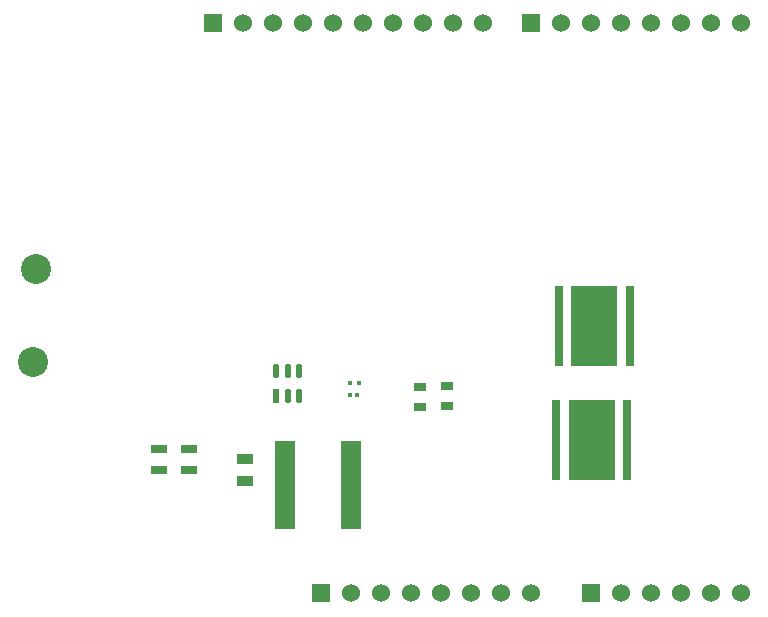
<source format=gts>
G04*
G04 #@! TF.GenerationSoftware,Altium Limited,Altium Designer,24.1.2 (44)*
G04*
G04 Layer_Color=8388736*
%FSLAX44Y44*%
%MOMM*%
G71*
G04*
G04 #@! TF.SameCoordinates,3802B111-1C7E-4A17-9201-CC646305CB20*
G04*
G04*
G04 #@! TF.FilePolarity,Negative*
G04*
G01*
G75*
%ADD15R,0.4500X0.4500*%
%ADD16R,0.4500X0.3500*%
%ADD17R,1.8000X7.5000*%
%ADD18R,0.5321X1.2544*%
G04:AMPARAMS|DCode=19|XSize=1.2544mm|YSize=0.5321mm|CornerRadius=0.2661mm|HoleSize=0mm|Usage=FLASHONLY|Rotation=90.000|XOffset=0mm|YOffset=0mm|HoleType=Round|Shape=RoundedRectangle|*
%AMROUNDEDRECTD19*
21,1,1.2544,0.0000,0,0,90.0*
21,1,0.7223,0.5321,0,0,90.0*
1,1,0.5321,0.0000,0.3611*
1,1,0.5321,0.0000,-0.3611*
1,1,0.5321,0.0000,-0.3611*
1,1,0.5321,0.0000,0.3611*
%
%ADD19ROUNDEDRECTD19*%
%ADD20R,1.4000X0.9500*%
%ADD21R,0.7000X6.7600*%
%ADD22R,3.9000X6.7600*%
%ADD23R,1.0500X0.6500*%
G04:AMPARAMS|DCode=24|XSize=1.3mm|YSize=0.76mm|CornerRadius=0.095mm|HoleSize=0mm|Usage=FLASHONLY|Rotation=0.000|XOffset=0mm|YOffset=0mm|HoleType=Round|Shape=RoundedRectangle|*
%AMROUNDEDRECTD24*
21,1,1.3000,0.5700,0,0,0.0*
21,1,1.1100,0.7600,0,0,0.0*
1,1,0.1900,0.5550,-0.2850*
1,1,0.1900,-0.5550,-0.2850*
1,1,0.1900,-0.5550,0.2850*
1,1,0.1900,0.5550,0.2850*
%
%ADD24ROUNDEDRECTD24*%
%ADD25C,1.5240*%
%ADD26R,1.5240X1.5240*%
%ADD27C,2.5400*%
D15*
X311340Y203200D02*
D03*
X303340D02*
D03*
D16*
X303380Y193040D02*
D03*
X309880D02*
D03*
D17*
X248920Y116840D02*
D03*
X304920D02*
D03*
D18*
X241300Y192354D02*
D03*
D19*
X250800D02*
D03*
X260300D02*
D03*
Y213360D02*
D03*
X250800D02*
D03*
X241300D02*
D03*
D20*
X215138Y120650D02*
D03*
Y139150D02*
D03*
D21*
X480540Y251460D02*
D03*
X540540D02*
D03*
X478480Y154940D02*
D03*
X538480D02*
D03*
D22*
X510540Y251460D02*
D03*
X508480Y154940D02*
D03*
D23*
X386080Y200660D02*
D03*
Y183660D02*
D03*
X363220Y199880D02*
D03*
Y182880D02*
D03*
D24*
X167640Y147440D02*
D03*
Y129540D02*
D03*
X142240Y147320D02*
D03*
Y129420D02*
D03*
D25*
X482600Y508000D02*
D03*
X508000D02*
D03*
X533400D02*
D03*
X558800D02*
D03*
X584200D02*
D03*
X609600D02*
D03*
X635000D02*
D03*
Y25400D02*
D03*
X609600D02*
D03*
X584200D02*
D03*
X558800D02*
D03*
X533400D02*
D03*
X416560Y508000D02*
D03*
X391040Y508018D02*
D03*
X365640D02*
D03*
X340241D02*
D03*
X314841D02*
D03*
X289440D02*
D03*
X264041D02*
D03*
X238640D02*
D03*
X213241D02*
D03*
X304800Y25400D02*
D03*
X330200D02*
D03*
X355600D02*
D03*
X381000D02*
D03*
X406400D02*
D03*
X431800D02*
D03*
X457200D02*
D03*
D26*
Y508000D02*
D03*
X508000Y25400D02*
D03*
X187840Y508018D02*
D03*
X279400Y25400D02*
D03*
D27*
X35560Y220980D02*
D03*
X38100Y299720D02*
D03*
M02*

</source>
